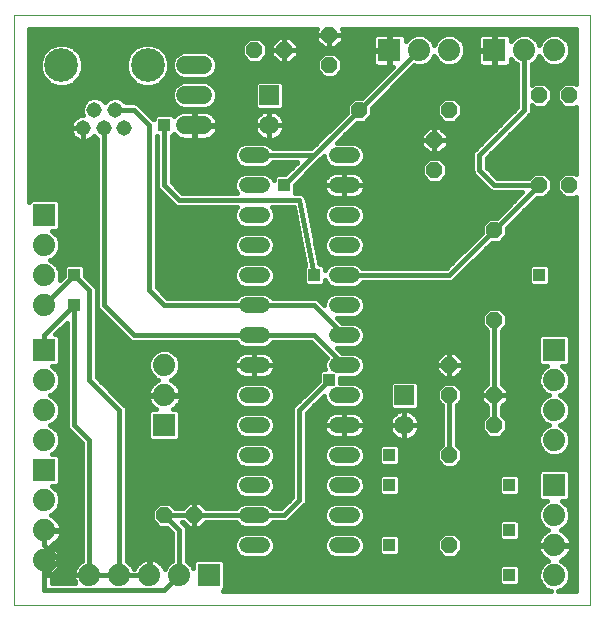
<source format=gbl>
G75*
G70*
%OFA0B0*%
%FSLAX24Y24*%
%IPPOS*%
%LPD*%
%AMOC8*
5,1,8,0,0,1.08239X$1,22.5*
%
%ADD10C,0.0000*%
%ADD11C,0.0520*%
%ADD12R,0.0740X0.0740*%
%ADD13C,0.0740*%
%ADD14OC8,0.0520*%
%ADD15R,0.0650X0.0650*%
%ADD16C,0.0650*%
%ADD17C,0.0600*%
%ADD18C,0.0515*%
%ADD19C,0.1122*%
%ADD20C,0.0160*%
%ADD21R,0.0396X0.0396*%
D10*
X000312Y000252D02*
X000312Y019937D01*
X019497Y019937D01*
X019497Y000252D01*
X000312Y000252D01*
D11*
X008052Y002252D02*
X008572Y002252D01*
X008572Y003252D02*
X008052Y003252D01*
X008052Y004252D02*
X008572Y004252D01*
X008572Y005252D02*
X008052Y005252D01*
X008052Y006252D02*
X008572Y006252D01*
X008572Y007252D02*
X008052Y007252D01*
X008052Y008252D02*
X008572Y008252D01*
X008572Y009252D02*
X008052Y009252D01*
X008052Y010252D02*
X008572Y010252D01*
X008572Y011252D02*
X008052Y011252D01*
X008052Y012252D02*
X008572Y012252D01*
X008572Y013252D02*
X008052Y013252D01*
X008052Y014252D02*
X008572Y014252D01*
X008572Y015252D02*
X008052Y015252D01*
X011052Y015252D02*
X011572Y015252D01*
X011572Y014252D02*
X011052Y014252D01*
X011052Y013252D02*
X011572Y013252D01*
X011572Y012252D02*
X011052Y012252D01*
X011052Y011252D02*
X011572Y011252D01*
X011572Y010252D02*
X011052Y010252D01*
X011052Y009252D02*
X011572Y009252D01*
X011572Y008252D02*
X011052Y008252D01*
X011052Y007252D02*
X011572Y007252D01*
X011572Y006252D02*
X011052Y006252D01*
X011052Y005252D02*
X011572Y005252D01*
X011572Y004252D02*
X011052Y004252D01*
X011052Y003252D02*
X011572Y003252D01*
X011572Y002252D02*
X011052Y002252D01*
D12*
X006812Y001252D03*
X005312Y006252D03*
X001312Y004752D03*
X001312Y008752D03*
X001312Y013252D03*
X012812Y018752D03*
X016312Y018752D03*
X018312Y008752D03*
X018312Y004252D03*
D13*
X018312Y003252D03*
X018312Y002252D03*
X018312Y001252D03*
X018312Y005752D03*
X018312Y006752D03*
X018312Y007752D03*
X018312Y018752D03*
X017312Y018752D03*
X014812Y018752D03*
X013812Y018752D03*
X005312Y008252D03*
X005312Y007252D03*
X001312Y006752D03*
X001312Y007752D03*
X001312Y005752D03*
X001312Y003752D03*
X001312Y002752D03*
X001312Y001752D03*
X002812Y001252D03*
X003812Y001252D03*
X004812Y001252D03*
X005812Y001252D03*
X001312Y010252D03*
X001312Y011252D03*
X001312Y012252D03*
D14*
X008312Y018752D03*
X009312Y018752D03*
X010812Y018252D03*
X010812Y019252D03*
X011812Y016752D03*
X014312Y015752D03*
X014812Y016752D03*
X014312Y014752D03*
X016312Y012752D03*
X017812Y014252D03*
X018812Y014252D03*
X018812Y017252D03*
X017812Y017252D03*
X016312Y009752D03*
X014812Y008252D03*
X014812Y007252D03*
X016312Y007252D03*
X016312Y006252D03*
X014812Y005252D03*
X014812Y002252D03*
X006312Y003252D03*
X005312Y003252D03*
D15*
X013312Y007252D03*
X008812Y017252D03*
D16*
X008812Y016252D03*
X013312Y006252D03*
D17*
X006612Y016252D02*
X006012Y016252D01*
X006012Y017252D02*
X006612Y017252D01*
X006612Y018252D02*
X006012Y018252D01*
D18*
X003982Y016152D03*
X003312Y016152D03*
X002612Y016152D03*
X002982Y016772D03*
X003672Y016772D03*
D19*
X004749Y018252D03*
X001875Y018252D03*
D20*
X001416Y017692D02*
X000792Y017692D01*
X000792Y017850D02*
X001261Y017850D01*
X001264Y017844D02*
X001467Y017641D01*
X001732Y017531D01*
X002019Y017531D01*
X002284Y017641D01*
X002487Y017844D01*
X002596Y018109D01*
X002596Y018395D01*
X002487Y018660D01*
X002284Y018863D01*
X002019Y018973D01*
X001732Y018973D01*
X001467Y018863D01*
X001264Y018660D01*
X001154Y018395D01*
X001154Y018109D01*
X001264Y017844D01*
X001196Y018009D02*
X000792Y018009D01*
X000792Y018167D02*
X001154Y018167D01*
X001154Y018326D02*
X000792Y018326D01*
X000792Y018484D02*
X001191Y018484D01*
X001257Y018643D02*
X000792Y018643D01*
X000792Y018802D02*
X001405Y018802D01*
X001701Y018960D02*
X000792Y018960D01*
X000792Y019119D02*
X008085Y019119D01*
X008138Y019172D02*
X007892Y018926D01*
X007892Y018578D01*
X008138Y018332D01*
X008486Y018332D01*
X008732Y018578D01*
X008732Y018926D01*
X008486Y019172D01*
X008138Y019172D01*
X007927Y018960D02*
X004924Y018960D01*
X004893Y018973D02*
X004606Y018973D01*
X004341Y018863D01*
X004138Y018660D01*
X004028Y018395D01*
X004028Y018109D01*
X004138Y017844D01*
X004341Y017641D01*
X004606Y017531D01*
X004893Y017531D01*
X005158Y017641D01*
X005361Y017844D01*
X005470Y018109D01*
X005470Y018395D01*
X005361Y018660D01*
X005158Y018863D01*
X004893Y018973D01*
X004575Y018960D02*
X002050Y018960D01*
X002345Y018802D02*
X004279Y018802D01*
X004131Y018643D02*
X002494Y018643D01*
X002560Y018484D02*
X004065Y018484D01*
X004028Y018326D02*
X002596Y018326D01*
X002596Y018167D02*
X004028Y018167D01*
X004070Y018009D02*
X002555Y018009D01*
X002489Y017850D02*
X004135Y017850D01*
X004290Y017692D02*
X002335Y017692D01*
X002024Y017533D02*
X004601Y017533D01*
X004898Y017533D02*
X005643Y017533D01*
X005622Y017513D02*
X005552Y017343D01*
X005552Y017160D01*
X005622Y016991D01*
X005752Y016862D01*
X005921Y016792D01*
X006704Y016792D01*
X006873Y016862D01*
X007002Y016991D01*
X007072Y017160D01*
X007072Y017343D01*
X007002Y017513D01*
X006873Y017642D01*
X006704Y017712D01*
X005921Y017712D01*
X005752Y017642D01*
X005622Y017513D01*
X005565Y017375D02*
X000792Y017375D01*
X000792Y017533D02*
X001727Y017533D01*
X002629Y017008D02*
X002565Y016855D01*
X002565Y016689D01*
X002606Y016589D01*
X002578Y016589D01*
X002510Y016579D01*
X002444Y016557D01*
X002383Y016526D01*
X002327Y016486D01*
X002279Y016437D01*
X002238Y016381D01*
X002207Y016320D01*
X002186Y016254D01*
X002175Y016186D01*
X002175Y016152D01*
X002612Y016152D01*
X002612Y016152D01*
X002175Y016152D01*
X002175Y016118D01*
X002186Y016049D01*
X002207Y015984D01*
X002238Y015923D01*
X002279Y015867D01*
X002327Y015818D01*
X002383Y015778D01*
X002444Y015747D01*
X002510Y015725D01*
X002578Y015714D01*
X002612Y015714D01*
X002612Y016152D01*
X002613Y016152D01*
X002613Y015714D01*
X002647Y015714D01*
X002715Y015725D01*
X002780Y015747D01*
X002842Y015778D01*
X002897Y015818D01*
X002946Y015867D01*
X002972Y015902D01*
X003072Y015802D01*
X003072Y010300D01*
X003072Y010204D01*
X003109Y010116D01*
X004109Y009116D01*
X004176Y009049D01*
X004265Y009012D01*
X007699Y009012D01*
X007815Y008896D01*
X007969Y008832D01*
X008656Y008832D01*
X008810Y008896D01*
X008926Y009012D01*
X010213Y009012D01*
X010716Y008509D01*
X010696Y008490D01*
X010632Y008336D01*
X010632Y008168D01*
X010657Y008110D01*
X010548Y008110D01*
X010454Y008016D01*
X010454Y007733D01*
X009609Y006888D01*
X009572Y006800D01*
X009572Y006704D01*
X009572Y003851D01*
X009213Y003492D01*
X008926Y003492D01*
X008810Y003608D01*
X008656Y003672D01*
X007969Y003672D01*
X007815Y003608D01*
X007698Y003492D01*
X006695Y003492D01*
X006495Y003692D01*
X006313Y003692D01*
X006313Y003492D01*
X006312Y003492D01*
X006312Y003692D01*
X006130Y003692D01*
X005930Y003492D01*
X005666Y003492D01*
X005486Y003672D01*
X005138Y003672D01*
X004892Y003426D01*
X004892Y003078D01*
X005138Y002832D01*
X005393Y002832D01*
X005572Y002653D01*
X005572Y001726D01*
X005512Y001701D01*
X005363Y001552D01*
X005324Y001458D01*
X005322Y001463D01*
X005283Y001540D01*
X005232Y001610D01*
X005171Y001671D01*
X005101Y001722D01*
X005024Y001762D01*
X004941Y001788D01*
X004856Y001802D01*
X004832Y001802D01*
X004832Y001272D01*
X004792Y001272D01*
X004792Y001802D01*
X004769Y001802D01*
X004684Y001788D01*
X004601Y001762D01*
X004524Y001722D01*
X004454Y001671D01*
X004393Y001610D01*
X004342Y001540D01*
X004303Y001463D01*
X004301Y001458D01*
X004262Y001552D01*
X004113Y001701D01*
X004052Y001726D01*
X004052Y006800D01*
X004016Y006888D01*
X003948Y006955D01*
X003052Y007851D01*
X003052Y010800D01*
X003016Y010888D01*
X002948Y010955D01*
X002671Y011233D01*
X002671Y011516D01*
X002577Y011610D01*
X002048Y011610D01*
X001954Y011516D01*
X001954Y011233D01*
X001825Y011103D01*
X001842Y011146D01*
X001842Y011357D01*
X001762Y011552D01*
X001613Y011701D01*
X001490Y011752D01*
X001613Y011803D01*
X001762Y011952D01*
X001842Y012146D01*
X001842Y012357D01*
X001762Y012552D01*
X001613Y012701D01*
X001563Y012722D01*
X001749Y012722D01*
X001842Y012816D01*
X001842Y013688D01*
X001749Y013782D01*
X000876Y013782D01*
X000792Y013698D01*
X000792Y019457D01*
X010395Y019457D01*
X010372Y019434D01*
X010372Y019252D01*
X010812Y019252D01*
X010812Y019252D01*
X010372Y019252D01*
X010372Y019070D01*
X010630Y018812D01*
X010812Y018812D01*
X010812Y019252D01*
X010813Y019252D01*
X011252Y019252D01*
X011252Y019434D01*
X011230Y019457D01*
X019017Y019457D01*
X019017Y017641D01*
X018986Y017672D01*
X018638Y017672D01*
X018392Y017426D01*
X018392Y017078D01*
X018638Y016832D01*
X018986Y016832D01*
X019017Y016863D01*
X019017Y014641D01*
X018986Y014672D01*
X018638Y014672D01*
X018392Y014426D01*
X018392Y014078D01*
X018638Y013832D01*
X018986Y013832D01*
X019017Y013863D01*
X019017Y000732D01*
X018442Y000732D01*
X018613Y000803D01*
X018762Y000952D01*
X018842Y001146D01*
X018842Y001357D01*
X018762Y001552D01*
X018613Y001701D01*
X018518Y001740D01*
X018524Y001742D01*
X018601Y001782D01*
X018671Y001832D01*
X018732Y001894D01*
X018783Y001964D01*
X018822Y002041D01*
X018849Y002123D01*
X018862Y002209D01*
X018862Y002232D01*
X018333Y002232D01*
X018333Y002272D01*
X018862Y002272D01*
X018862Y002295D01*
X018849Y002381D01*
X018822Y002463D01*
X018783Y002540D01*
X018732Y002610D01*
X018671Y002671D01*
X018601Y002722D01*
X018524Y002762D01*
X018518Y002763D01*
X018613Y002803D01*
X018762Y002952D01*
X018842Y003146D01*
X018842Y003357D01*
X018762Y003552D01*
X018613Y003701D01*
X018563Y003722D01*
X018749Y003722D01*
X018842Y003816D01*
X018842Y004688D01*
X018749Y004782D01*
X017876Y004782D01*
X017782Y004688D01*
X017782Y003816D01*
X017876Y003722D01*
X018062Y003722D01*
X018012Y003701D01*
X017863Y003552D01*
X017782Y003357D01*
X017782Y003146D01*
X017863Y002952D01*
X018012Y002803D01*
X018107Y002763D01*
X018101Y002762D01*
X018024Y002722D01*
X017954Y002671D01*
X017893Y002610D01*
X017842Y002540D01*
X017803Y002463D01*
X017776Y002381D01*
X017762Y002295D01*
X017762Y002272D01*
X018292Y002272D01*
X018292Y002232D01*
X017762Y002232D01*
X017762Y002209D01*
X017776Y002123D01*
X017803Y002041D01*
X017842Y001964D01*
X017893Y001894D01*
X017954Y001832D01*
X018024Y001782D01*
X018101Y001742D01*
X018107Y001740D01*
X018012Y001701D01*
X017863Y001552D01*
X017782Y001357D01*
X017782Y001146D01*
X017863Y000952D01*
X018012Y000803D01*
X018183Y000732D01*
X007259Y000732D01*
X007342Y000816D01*
X007342Y001688D01*
X007249Y001782D01*
X006376Y001782D01*
X006282Y001688D01*
X006282Y001502D01*
X006262Y001552D01*
X006113Y001701D01*
X006052Y001726D01*
X006052Y002704D01*
X006052Y002800D01*
X006016Y002888D01*
X005892Y003012D01*
X005930Y003012D01*
X006130Y002812D01*
X006312Y002812D01*
X006312Y003012D01*
X006313Y003012D01*
X006313Y002812D01*
X006495Y002812D01*
X006695Y003012D01*
X007698Y003012D01*
X007815Y002896D01*
X007969Y002832D01*
X008656Y002832D01*
X008810Y002896D01*
X008926Y003012D01*
X009265Y003012D01*
X009360Y003012D01*
X009448Y003049D01*
X009948Y003549D01*
X010016Y003616D01*
X010052Y003704D01*
X010052Y006653D01*
X010632Y007233D01*
X010632Y007168D01*
X010696Y007014D01*
X010815Y006896D01*
X010969Y006832D01*
X011656Y006832D01*
X011810Y006896D01*
X011928Y007014D01*
X011992Y007168D01*
X011992Y007336D01*
X011928Y007490D01*
X011810Y007608D01*
X011656Y007672D01*
X011171Y007672D01*
X011171Y007832D01*
X011656Y007832D01*
X011810Y007896D01*
X011928Y008014D01*
X011992Y008168D01*
X011992Y008336D01*
X011928Y008490D01*
X011810Y008608D01*
X011656Y008672D01*
X011232Y008672D01*
X011072Y008832D01*
X011656Y008832D01*
X011810Y008896D01*
X011928Y009014D01*
X011992Y009168D01*
X011992Y009336D01*
X011928Y009490D01*
X011810Y009608D01*
X011656Y009672D01*
X011232Y009672D01*
X011072Y009832D01*
X011656Y009832D01*
X011810Y009896D01*
X011928Y010014D01*
X011992Y010168D01*
X011992Y010336D01*
X011928Y010490D01*
X011810Y010608D01*
X011656Y010672D01*
X010969Y010672D01*
X010815Y010608D01*
X010696Y010490D01*
X010632Y010336D01*
X010632Y010271D01*
X010448Y010455D01*
X010360Y010492D01*
X010265Y010492D01*
X008926Y010492D01*
X008810Y010608D01*
X008656Y010672D01*
X007969Y010672D01*
X007815Y010608D01*
X007699Y010492D01*
X005412Y010492D01*
X005052Y010851D01*
X005052Y015894D01*
X005072Y015894D01*
X005072Y014300D01*
X005072Y014204D01*
X005109Y014116D01*
X005609Y013616D01*
X005676Y013549D01*
X005765Y013512D01*
X007719Y013512D01*
X007696Y013490D01*
X007632Y013336D01*
X007632Y013168D01*
X007696Y013014D01*
X007815Y012896D01*
X007969Y012832D01*
X008656Y012832D01*
X008810Y012896D01*
X008928Y013014D01*
X008992Y013168D01*
X008992Y013336D01*
X008928Y013490D01*
X008906Y013512D01*
X009616Y013512D01*
X010005Y011567D01*
X009954Y011516D01*
X009954Y010988D01*
X010048Y010894D01*
X010577Y010894D01*
X010671Y010988D01*
X010671Y011077D01*
X010696Y011014D01*
X010815Y010896D01*
X010969Y010832D01*
X011656Y010832D01*
X011810Y010896D01*
X011926Y011012D01*
X014765Y011012D01*
X014860Y011012D01*
X014948Y011049D01*
X016232Y012332D01*
X016486Y012332D01*
X016732Y012578D01*
X016732Y012833D01*
X017732Y013832D01*
X017986Y013832D01*
X018232Y014078D01*
X018232Y014426D01*
X017986Y014672D01*
X017638Y014672D01*
X017459Y014492D01*
X016412Y014492D01*
X016052Y014851D01*
X016052Y015153D01*
X017516Y016616D01*
X017552Y016704D01*
X017552Y016800D01*
X017552Y016918D01*
X017638Y016832D01*
X017986Y016832D01*
X018232Y017078D01*
X018232Y017426D01*
X017986Y017672D01*
X017638Y017672D01*
X017552Y017586D01*
X017552Y018278D01*
X017613Y018303D01*
X017762Y018452D01*
X017812Y018574D01*
X017863Y018452D01*
X018012Y018303D01*
X018207Y018222D01*
X018418Y018222D01*
X018613Y018303D01*
X018762Y018452D01*
X018842Y018646D01*
X018842Y018857D01*
X018762Y019052D01*
X018613Y019201D01*
X018418Y019282D01*
X018207Y019282D01*
X018012Y019201D01*
X017863Y019052D01*
X017812Y018930D01*
X017762Y019052D01*
X017613Y019201D01*
X017418Y019282D01*
X017207Y019282D01*
X017012Y019201D01*
X016863Y019052D01*
X016862Y019050D01*
X016862Y019146D01*
X016850Y019191D01*
X016826Y019232D01*
X016793Y019266D01*
X016752Y019290D01*
X016706Y019302D01*
X016332Y019302D01*
X016332Y018772D01*
X016292Y018772D01*
X016292Y018732D01*
X015762Y018732D01*
X015762Y018358D01*
X015775Y018312D01*
X015798Y018271D01*
X015832Y018238D01*
X015873Y018214D01*
X015919Y018202D01*
X016292Y018202D01*
X016292Y018732D01*
X016332Y018732D01*
X016332Y018202D01*
X016706Y018202D01*
X016752Y018214D01*
X016793Y018238D01*
X016826Y018271D01*
X016850Y018312D01*
X016862Y018358D01*
X016862Y018454D01*
X016863Y018452D01*
X017012Y018303D01*
X017072Y018278D01*
X017072Y016851D01*
X015676Y015455D01*
X015609Y015388D01*
X015572Y015300D01*
X015572Y014800D01*
X015572Y014704D01*
X015609Y014616D01*
X016109Y014116D01*
X016176Y014049D01*
X016265Y014012D01*
X017233Y014012D01*
X016393Y013172D01*
X016138Y013172D01*
X015892Y012926D01*
X015892Y012671D01*
X014713Y011492D01*
X011926Y011492D01*
X011810Y011608D01*
X011656Y011672D01*
X010969Y011672D01*
X010815Y011608D01*
X010696Y011490D01*
X010671Y011427D01*
X010671Y011516D01*
X010577Y011610D01*
X010486Y011610D01*
X010052Y013776D01*
X010052Y013800D01*
X010043Y013822D01*
X010038Y013846D01*
X010025Y013866D01*
X010016Y013888D01*
X009999Y013905D01*
X009985Y013925D01*
X009965Y013938D01*
X009948Y013955D01*
X009926Y013965D01*
X009906Y013978D01*
X009882Y013983D01*
X009860Y013992D01*
X009836Y013992D01*
X009812Y013997D01*
X009789Y013992D01*
X009671Y013992D01*
X009671Y014271D01*
X010448Y015049D01*
X010448Y015049D01*
X010632Y015233D01*
X010632Y015168D01*
X010696Y015014D01*
X010815Y014896D01*
X010969Y014832D01*
X011656Y014832D01*
X011810Y014896D01*
X011928Y015014D01*
X011992Y015168D01*
X011992Y015336D01*
X011928Y015490D01*
X011810Y015608D01*
X011656Y015672D01*
X011072Y015672D01*
X011732Y016332D01*
X011986Y016332D01*
X012232Y016578D01*
X012232Y016833D01*
X013647Y018247D01*
X013707Y018222D01*
X013918Y018222D01*
X014113Y018303D01*
X014262Y018452D01*
X014312Y018574D01*
X014363Y018452D01*
X014512Y018303D01*
X014707Y018222D01*
X014918Y018222D01*
X015113Y018303D01*
X015262Y018452D01*
X015342Y018646D01*
X015342Y018857D01*
X015262Y019052D01*
X015113Y019201D01*
X014918Y019282D01*
X014707Y019282D01*
X014512Y019201D01*
X014363Y019052D01*
X014312Y018930D01*
X014262Y019052D01*
X014113Y019201D01*
X013918Y019282D01*
X013707Y019282D01*
X013512Y019201D01*
X013363Y019052D01*
X013362Y019050D01*
X013362Y019146D01*
X013350Y019191D01*
X013326Y019232D01*
X013293Y019266D01*
X013252Y019290D01*
X013206Y019302D01*
X012832Y019302D01*
X012832Y018772D01*
X012792Y018772D01*
X012792Y018732D01*
X012262Y018732D01*
X012262Y018358D01*
X012275Y018312D01*
X012298Y018271D01*
X012332Y018238D01*
X012373Y018214D01*
X012419Y018202D01*
X012792Y018202D01*
X012792Y018732D01*
X012832Y018732D01*
X012832Y018202D01*
X012923Y018202D01*
X011893Y017172D01*
X011638Y017172D01*
X011392Y016926D01*
X011392Y016671D01*
X010213Y015492D01*
X008926Y015492D01*
X008810Y015608D01*
X008656Y015672D01*
X007969Y015672D01*
X007815Y015608D01*
X007696Y015490D01*
X007632Y015336D01*
X007632Y015168D01*
X007696Y015014D01*
X007815Y014896D01*
X007969Y014832D01*
X008656Y014832D01*
X008810Y014896D01*
X008926Y015012D01*
X009733Y015012D01*
X009331Y014610D01*
X009048Y014610D01*
X008954Y014516D01*
X008954Y014427D01*
X008928Y014490D01*
X008810Y014608D01*
X008656Y014672D01*
X007969Y014672D01*
X007815Y014608D01*
X007696Y014490D01*
X007632Y014336D01*
X007632Y014168D01*
X007696Y014014D01*
X007719Y013992D01*
X005912Y013992D01*
X005552Y014351D01*
X005552Y015894D01*
X005577Y015894D01*
X005636Y015953D01*
X005646Y015939D01*
X005700Y015886D01*
X005761Y015841D01*
X005828Y015807D01*
X005900Y015784D01*
X005975Y015772D01*
X006292Y015772D01*
X006292Y016232D01*
X006332Y016232D01*
X006332Y015772D01*
X006650Y015772D01*
X006725Y015784D01*
X006797Y015807D01*
X006864Y015841D01*
X006925Y015886D01*
X006979Y015939D01*
X007023Y016000D01*
X007057Y016068D01*
X007081Y016140D01*
X007092Y016214D01*
X007092Y016232D01*
X006333Y016232D01*
X006333Y016272D01*
X007092Y016272D01*
X007092Y016290D01*
X007081Y016364D01*
X007057Y016436D01*
X007023Y016504D01*
X006979Y016565D01*
X006925Y016618D01*
X006864Y016662D01*
X006797Y016697D01*
X006725Y016720D01*
X006650Y016732D01*
X006332Y016732D01*
X006332Y016272D01*
X006292Y016272D01*
X006292Y016732D01*
X005975Y016732D01*
X005900Y016720D01*
X005828Y016697D01*
X005761Y016662D01*
X005700Y016618D01*
X005646Y016565D01*
X005636Y016551D01*
X005577Y016610D01*
X005048Y016610D01*
X004954Y016516D01*
X004954Y016449D01*
X004948Y016455D01*
X004428Y016975D01*
X004340Y017012D01*
X004245Y017012D01*
X004023Y017012D01*
X003909Y017126D01*
X003755Y017189D01*
X003589Y017189D01*
X003436Y017126D01*
X003327Y017017D01*
X003219Y017126D01*
X003065Y017189D01*
X002899Y017189D01*
X002746Y017126D01*
X002629Y017008D01*
X002678Y017058D02*
X000792Y017058D01*
X000792Y017216D02*
X005552Y017216D01*
X005595Y017058D02*
X003977Y017058D01*
X003672Y016772D02*
X004292Y016772D01*
X004812Y016252D01*
X004812Y010752D01*
X005312Y010252D01*
X010312Y010252D01*
X011312Y009252D01*
X011090Y008813D02*
X016072Y008813D01*
X016072Y008655D02*
X015032Y008655D01*
X014995Y008692D02*
X015252Y008434D01*
X015252Y008252D01*
X014813Y008252D01*
X014813Y008252D01*
X015252Y008252D01*
X015252Y008070D01*
X014995Y007812D01*
X014813Y007812D01*
X014813Y008252D01*
X014812Y008252D01*
X014812Y008252D01*
X014372Y008252D01*
X014372Y008434D01*
X014630Y008692D01*
X014812Y008692D01*
X014812Y008252D01*
X014372Y008252D01*
X014372Y008070D01*
X014630Y007812D01*
X014812Y007812D01*
X014812Y008252D01*
X014813Y008252D01*
X014813Y008692D01*
X014995Y008692D01*
X014813Y008655D02*
X014812Y008655D01*
X014812Y008496D02*
X014813Y008496D01*
X014812Y008338D02*
X014813Y008338D01*
X014812Y008179D02*
X014813Y008179D01*
X014812Y008021D02*
X014813Y008021D01*
X014812Y007862D02*
X014813Y007862D01*
X015045Y007862D02*
X016072Y007862D01*
X016072Y007704D02*
X013737Y007704D01*
X013704Y007737D02*
X013797Y007643D01*
X013797Y006861D01*
X013704Y006767D01*
X012921Y006767D01*
X012827Y006861D01*
X012827Y007643D01*
X012921Y007737D01*
X013704Y007737D01*
X013797Y007545D02*
X014511Y007545D01*
X014392Y007426D02*
X014392Y007078D01*
X014572Y006898D01*
X014572Y005606D01*
X014392Y005426D01*
X014392Y005078D01*
X014638Y004832D01*
X014986Y004832D01*
X015232Y005078D01*
X015232Y005426D01*
X015052Y005606D01*
X015052Y006898D01*
X015232Y007078D01*
X015232Y007426D01*
X014986Y007672D01*
X014638Y007672D01*
X014392Y007426D01*
X014392Y007386D02*
X013797Y007386D01*
X013797Y007228D02*
X014392Y007228D01*
X014401Y007069D02*
X013797Y007069D01*
X013797Y006911D02*
X014560Y006911D01*
X014572Y006752D02*
X013382Y006752D01*
X013352Y006757D02*
X013313Y006757D01*
X013313Y006252D01*
X013817Y006252D01*
X013817Y006292D01*
X013805Y006370D01*
X013780Y006446D01*
X013744Y006517D01*
X013698Y006581D01*
X013641Y006637D01*
X013577Y006684D01*
X013506Y006720D01*
X013431Y006744D01*
X013352Y006757D01*
X013313Y006752D02*
X013312Y006752D01*
X013312Y006757D02*
X013273Y006757D01*
X013194Y006744D01*
X013119Y006720D01*
X013048Y006684D01*
X012983Y006637D01*
X012927Y006581D01*
X012881Y006517D01*
X012844Y006446D01*
X012820Y006370D01*
X012807Y006292D01*
X012807Y006252D01*
X013312Y006252D01*
X013312Y006252D01*
X012807Y006252D01*
X012807Y006212D01*
X012820Y006134D01*
X012844Y006058D01*
X012881Y005987D01*
X012927Y005923D01*
X012983Y005867D01*
X013048Y005820D01*
X013119Y005784D01*
X013194Y005759D01*
X013273Y005747D01*
X013312Y005747D01*
X013312Y006252D01*
X013312Y006757D01*
X013243Y006752D02*
X010152Y006752D01*
X010052Y006594D02*
X010774Y006594D01*
X010766Y006588D02*
X010717Y006539D01*
X010676Y006483D01*
X010645Y006421D01*
X010623Y006355D01*
X010612Y006287D01*
X010612Y006252D01*
X011312Y006252D01*
X011312Y006252D01*
X010612Y006252D01*
X010612Y006217D01*
X010623Y006149D01*
X010645Y006083D01*
X010676Y006021D01*
X010717Y005965D01*
X010766Y005916D01*
X010822Y005876D01*
X010884Y005844D01*
X010949Y005823D01*
X011018Y005812D01*
X011312Y005812D01*
X011312Y006252D01*
X011312Y006692D01*
X011018Y006692D01*
X010949Y006681D01*
X010884Y006660D01*
X010822Y006628D01*
X010766Y006588D01*
X010652Y006435D02*
X010052Y006435D01*
X010052Y006277D02*
X010612Y006277D01*
X010633Y006118D02*
X010052Y006118D01*
X010052Y005960D02*
X010723Y005960D01*
X010898Y005642D02*
X010052Y005642D01*
X010052Y005484D02*
X010694Y005484D01*
X010696Y005490D02*
X010632Y005336D01*
X010632Y005168D01*
X010696Y005014D01*
X010815Y004896D01*
X010969Y004832D01*
X011656Y004832D01*
X011810Y004896D01*
X011928Y005014D01*
X011992Y005168D01*
X011992Y005336D01*
X011928Y005490D01*
X011810Y005608D01*
X011656Y005672D01*
X010969Y005672D01*
X010815Y005608D01*
X010696Y005490D01*
X010632Y005325D02*
X010052Y005325D01*
X010052Y005167D02*
X010633Y005167D01*
X010702Y005008D02*
X010052Y005008D01*
X010052Y004850D02*
X010926Y004850D01*
X010969Y004672D02*
X010815Y004608D01*
X010696Y004490D01*
X010632Y004336D01*
X010632Y004168D01*
X010696Y004014D01*
X010815Y003896D01*
X010969Y003832D01*
X011656Y003832D01*
X011810Y003896D01*
X011928Y004014D01*
X011992Y004168D01*
X011992Y004336D01*
X011928Y004490D01*
X011810Y004608D01*
X011656Y004672D01*
X010969Y004672D01*
X010739Y004533D02*
X010052Y004533D01*
X010052Y004691D02*
X017785Y004691D01*
X017782Y004533D02*
X017154Y004533D01*
X017171Y004516D02*
X017077Y004610D01*
X016548Y004610D01*
X016454Y004516D01*
X016454Y003988D01*
X016548Y003894D01*
X017077Y003894D01*
X017171Y003988D01*
X017171Y004516D01*
X017171Y004374D02*
X017782Y004374D01*
X017782Y004216D02*
X017171Y004216D01*
X017171Y004057D02*
X017782Y004057D01*
X017782Y003898D02*
X017081Y003898D01*
X016543Y003898D02*
X013081Y003898D01*
X013077Y003894D02*
X013171Y003988D01*
X013171Y004516D01*
X013077Y004610D01*
X012548Y004610D01*
X012454Y004516D01*
X012454Y003988D01*
X012548Y003894D01*
X013077Y003894D01*
X013171Y004057D02*
X016454Y004057D01*
X016454Y004216D02*
X013171Y004216D01*
X013171Y004374D02*
X016454Y004374D01*
X016471Y004533D02*
X013154Y004533D01*
X013077Y004894D02*
X013171Y004988D01*
X013171Y005516D01*
X013077Y005610D01*
X012548Y005610D01*
X012454Y005516D01*
X012454Y004988D01*
X012548Y004894D01*
X013077Y004894D01*
X013171Y005008D02*
X014462Y005008D01*
X014392Y005167D02*
X013171Y005167D01*
X013171Y005325D02*
X014392Y005325D01*
X014450Y005484D02*
X013171Y005484D01*
X013313Y005747D02*
X013352Y005747D01*
X013431Y005759D01*
X013506Y005784D01*
X013577Y005820D01*
X013641Y005867D01*
X013698Y005923D01*
X013744Y005987D01*
X013780Y006058D01*
X013805Y006134D01*
X013817Y006212D01*
X013817Y006252D01*
X013313Y006252D01*
X013313Y006252D01*
X013312Y006252D01*
X013313Y006252D01*
X013313Y005747D01*
X013312Y005801D02*
X013313Y005801D01*
X013312Y005960D02*
X013313Y005960D01*
X013312Y006118D02*
X013313Y006118D01*
X013312Y006277D02*
X013313Y006277D01*
X013312Y006435D02*
X013313Y006435D01*
X013312Y006594D02*
X013313Y006594D01*
X013685Y006594D02*
X014572Y006594D01*
X014572Y006435D02*
X013784Y006435D01*
X013817Y006277D02*
X014572Y006277D01*
X014572Y006118D02*
X013800Y006118D01*
X013724Y005960D02*
X014572Y005960D01*
X014572Y005801D02*
X013540Y005801D01*
X013085Y005801D02*
X010052Y005801D01*
X009572Y005801D02*
X005828Y005801D01*
X005842Y005816D02*
X005842Y006688D01*
X005749Y006782D01*
X005601Y006782D01*
X005671Y006832D01*
X005732Y006894D01*
X005783Y006964D01*
X005822Y007041D01*
X005849Y007123D01*
X005862Y007209D01*
X005862Y007232D01*
X005333Y007232D01*
X005333Y007272D01*
X005862Y007272D01*
X005862Y007295D01*
X005849Y007381D01*
X005822Y007463D01*
X005783Y007540D01*
X005732Y007610D01*
X005671Y007671D01*
X005601Y007722D01*
X005524Y007762D01*
X005518Y007763D01*
X005613Y007803D01*
X005762Y007952D01*
X005842Y008146D01*
X005842Y008357D01*
X005762Y008552D01*
X005613Y008701D01*
X005418Y008782D01*
X005207Y008782D01*
X005012Y008701D01*
X004863Y008552D01*
X004782Y008357D01*
X004782Y008146D01*
X004863Y007952D01*
X005012Y007803D01*
X005107Y007763D01*
X005101Y007762D01*
X005024Y007722D01*
X004954Y007671D01*
X004893Y007610D01*
X004842Y007540D01*
X004803Y007463D01*
X004776Y007381D01*
X004762Y007295D01*
X004762Y007272D01*
X005292Y007272D01*
X005292Y007232D01*
X004762Y007232D01*
X004762Y007209D01*
X004776Y007123D01*
X004803Y007041D01*
X004842Y006964D01*
X004893Y006894D01*
X004954Y006832D01*
X005024Y006782D01*
X004876Y006782D01*
X004782Y006688D01*
X004782Y005816D01*
X004876Y005722D01*
X005749Y005722D01*
X005842Y005816D01*
X005842Y005960D02*
X007751Y005960D01*
X007696Y006014D02*
X007815Y005896D01*
X007969Y005832D01*
X008656Y005832D01*
X008810Y005896D01*
X008928Y006014D01*
X008992Y006168D01*
X008992Y006336D01*
X008928Y006490D01*
X008810Y006608D01*
X008656Y006672D01*
X007969Y006672D01*
X007815Y006608D01*
X007696Y006490D01*
X007632Y006336D01*
X007632Y006168D01*
X007696Y006014D01*
X007653Y006118D02*
X005842Y006118D01*
X005842Y006277D02*
X007632Y006277D01*
X007674Y006435D02*
X005842Y006435D01*
X005842Y006594D02*
X007800Y006594D01*
X007969Y006832D02*
X008656Y006832D01*
X008810Y006896D01*
X008928Y007014D01*
X008992Y007168D01*
X008992Y007336D01*
X008928Y007490D01*
X008810Y007608D01*
X008656Y007672D01*
X007969Y007672D01*
X007815Y007608D01*
X007696Y007490D01*
X007632Y007336D01*
X007632Y007168D01*
X007696Y007014D01*
X007815Y006896D01*
X007969Y006832D01*
X007800Y006911D02*
X005744Y006911D01*
X005778Y006752D02*
X009572Y006752D01*
X009572Y006594D02*
X008825Y006594D01*
X008951Y006435D02*
X009572Y006435D01*
X009572Y006277D02*
X008992Y006277D01*
X008972Y006118D02*
X009572Y006118D01*
X009572Y005960D02*
X008874Y005960D01*
X008727Y005642D02*
X009572Y005642D01*
X009572Y005484D02*
X008931Y005484D01*
X008928Y005490D02*
X008810Y005608D01*
X008656Y005672D01*
X007969Y005672D01*
X007815Y005608D01*
X007696Y005490D01*
X007632Y005336D01*
X007632Y005168D01*
X007696Y005014D01*
X007815Y004896D01*
X007969Y004832D01*
X008656Y004832D01*
X008810Y004896D01*
X008928Y005014D01*
X008992Y005168D01*
X008992Y005336D01*
X008928Y005490D01*
X008992Y005325D02*
X009572Y005325D01*
X009572Y005167D02*
X008992Y005167D01*
X008923Y005008D02*
X009572Y005008D01*
X009572Y004850D02*
X008699Y004850D01*
X008656Y004672D02*
X008810Y004608D01*
X008928Y004490D01*
X008992Y004336D01*
X008992Y004168D01*
X008928Y004014D01*
X008810Y003896D01*
X008656Y003832D01*
X007969Y003832D01*
X007815Y003896D01*
X007696Y004014D01*
X007632Y004168D01*
X007632Y004336D01*
X007696Y004490D01*
X007815Y004608D01*
X007969Y004672D01*
X008656Y004672D01*
X008886Y004533D02*
X009572Y004533D01*
X009572Y004691D02*
X004052Y004691D01*
X004052Y004533D02*
X007739Y004533D01*
X007648Y004374D02*
X004052Y004374D01*
X004052Y004216D02*
X007632Y004216D01*
X007679Y004057D02*
X004052Y004057D01*
X004052Y003898D02*
X007812Y003898D01*
X007788Y003581D02*
X006605Y003581D01*
X006313Y003581D02*
X006312Y003581D01*
X006020Y003581D02*
X005577Y003581D01*
X005312Y003252D02*
X008312Y003252D01*
X009312Y003252D01*
X009812Y003752D01*
X009812Y006752D01*
X010812Y007752D01*
X011171Y007704D02*
X012888Y007704D01*
X012827Y007545D02*
X011873Y007545D01*
X011971Y007386D02*
X012827Y007386D01*
X012827Y007228D02*
X011992Y007228D01*
X011951Y007069D02*
X012827Y007069D01*
X012827Y006911D02*
X011825Y006911D01*
X011675Y006681D02*
X011607Y006692D01*
X011313Y006692D01*
X011313Y006252D01*
X012012Y006252D01*
X012012Y006287D01*
X012002Y006355D01*
X011980Y006421D01*
X011949Y006483D01*
X011908Y006539D01*
X011859Y006588D01*
X011803Y006628D01*
X011741Y006660D01*
X011675Y006681D01*
X011851Y006594D02*
X012940Y006594D01*
X012841Y006435D02*
X011973Y006435D01*
X012012Y006277D02*
X012807Y006277D01*
X012825Y006118D02*
X011992Y006118D01*
X012002Y006149D02*
X011980Y006083D01*
X011949Y006021D01*
X011908Y005965D01*
X011859Y005916D01*
X011803Y005876D01*
X011741Y005844D01*
X011675Y005823D01*
X011607Y005812D01*
X011313Y005812D01*
X011313Y006252D01*
X011313Y006252D01*
X012012Y006252D01*
X012012Y006217D01*
X012002Y006149D01*
X011902Y005960D02*
X012901Y005960D01*
X012454Y005484D02*
X011931Y005484D01*
X011992Y005325D02*
X012454Y005325D01*
X012454Y005167D02*
X011992Y005167D01*
X011923Y005008D02*
X012454Y005008D01*
X012471Y004533D02*
X011886Y004533D01*
X011976Y004374D02*
X012454Y004374D01*
X012454Y004216D02*
X011992Y004216D01*
X011946Y004057D02*
X012454Y004057D01*
X012543Y003898D02*
X011813Y003898D01*
X011656Y003672D02*
X011810Y003608D01*
X011928Y003490D01*
X011992Y003336D01*
X011992Y003168D01*
X011928Y003014D01*
X011810Y002896D01*
X011656Y002832D01*
X010969Y002832D01*
X010815Y002896D01*
X010696Y003014D01*
X010632Y003168D01*
X010632Y003336D01*
X010696Y003490D01*
X010815Y003608D01*
X010969Y003672D01*
X011656Y003672D01*
X011837Y003581D02*
X017892Y003581D01*
X017858Y003740D02*
X010052Y003740D01*
X010052Y003898D02*
X010812Y003898D01*
X010679Y004057D02*
X010052Y004057D01*
X010052Y004216D02*
X010632Y004216D01*
X010648Y004374D02*
X010052Y004374D01*
X009572Y004374D02*
X008976Y004374D01*
X008992Y004216D02*
X009572Y004216D01*
X009572Y004057D02*
X008946Y004057D01*
X008813Y003898D02*
X009572Y003898D01*
X009461Y003740D02*
X004052Y003740D01*
X004052Y003581D02*
X005048Y003581D01*
X004892Y003423D02*
X004052Y003423D01*
X004052Y003264D02*
X004892Y003264D01*
X004892Y003106D02*
X004052Y003106D01*
X004052Y002947D02*
X005023Y002947D01*
X005312Y003252D02*
X005812Y002752D01*
X005812Y001252D01*
X005312Y000752D01*
X001312Y000752D01*
X001312Y001752D01*
X001812Y001752D02*
X001312Y002252D01*
X001312Y002752D01*
X001333Y002772D02*
X001862Y002772D01*
X001862Y002795D01*
X001849Y002881D01*
X001822Y002963D01*
X001783Y003040D01*
X001732Y003110D01*
X001671Y003171D01*
X001601Y003222D01*
X001524Y003262D01*
X001518Y003263D01*
X001613Y003303D01*
X001762Y003452D01*
X001842Y003646D01*
X001842Y003857D01*
X001762Y004052D01*
X001613Y004201D01*
X001563Y004222D01*
X001749Y004222D01*
X001842Y004316D01*
X001842Y005188D01*
X001749Y005282D01*
X001563Y005282D01*
X001613Y005303D01*
X001762Y005452D01*
X001842Y005646D01*
X001842Y005857D01*
X001762Y006052D01*
X001613Y006201D01*
X001490Y006252D01*
X001613Y006303D01*
X001762Y006452D01*
X001842Y006646D01*
X001842Y006857D01*
X001762Y007052D01*
X001613Y007201D01*
X001490Y007252D01*
X001613Y007303D01*
X001762Y007452D01*
X001842Y007646D01*
X001842Y007857D01*
X001762Y008052D01*
X001613Y008201D01*
X001563Y008222D01*
X001749Y008222D01*
X001842Y008316D01*
X001842Y009188D01*
X001749Y009282D01*
X001682Y009282D01*
X002072Y009673D01*
X002072Y006300D01*
X002072Y006204D01*
X002109Y006116D01*
X002572Y005653D01*
X002572Y001726D01*
X002512Y001701D01*
X002363Y001552D01*
X002282Y001357D01*
X002282Y001146D01*
X002346Y000992D01*
X001552Y000992D01*
X001552Y001278D01*
X001613Y001303D01*
X001762Y001452D01*
X001842Y001646D01*
X001842Y001857D01*
X001762Y002052D01*
X001613Y002201D01*
X001518Y002240D01*
X001524Y002242D01*
X001601Y002282D01*
X001671Y002332D01*
X001732Y002394D01*
X001783Y002464D01*
X001822Y002541D01*
X001849Y002623D01*
X001862Y002709D01*
X001862Y002732D01*
X001333Y002732D01*
X001333Y002772D01*
X001735Y003106D02*
X002572Y003106D01*
X002572Y003264D02*
X001520Y003264D01*
X001733Y003423D02*
X002572Y003423D01*
X002572Y003581D02*
X001815Y003581D01*
X001842Y003740D02*
X002572Y003740D01*
X002572Y003898D02*
X001825Y003898D01*
X001757Y004057D02*
X002572Y004057D01*
X002572Y004216D02*
X001578Y004216D01*
X001842Y004374D02*
X002572Y004374D01*
X002572Y004533D02*
X001842Y004533D01*
X001842Y004691D02*
X002572Y004691D01*
X002572Y004850D02*
X001842Y004850D01*
X001842Y005008D02*
X002572Y005008D01*
X002572Y005167D02*
X001842Y005167D01*
X001635Y005325D02*
X002572Y005325D01*
X002572Y005484D02*
X001775Y005484D01*
X001841Y005642D02*
X002572Y005642D01*
X002424Y005801D02*
X001842Y005801D01*
X001800Y005960D02*
X002265Y005960D01*
X002108Y006118D02*
X001696Y006118D01*
X001550Y006277D02*
X002072Y006277D01*
X002072Y006435D02*
X001745Y006435D01*
X001821Y006594D02*
X002072Y006594D01*
X002072Y006752D02*
X001842Y006752D01*
X001820Y006911D02*
X002072Y006911D01*
X002072Y007069D02*
X001745Y007069D01*
X001548Y007228D02*
X002072Y007228D01*
X002072Y007386D02*
X001696Y007386D01*
X001800Y007545D02*
X002072Y007545D01*
X002072Y007704D02*
X001842Y007704D01*
X001841Y007862D02*
X002072Y007862D01*
X002072Y008021D02*
X001775Y008021D01*
X001635Y008179D02*
X002072Y008179D01*
X002072Y008338D02*
X001842Y008338D01*
X001842Y008496D02*
X002072Y008496D01*
X002072Y008655D02*
X001842Y008655D01*
X001842Y008813D02*
X002072Y008813D01*
X002072Y008972D02*
X001842Y008972D01*
X001842Y009130D02*
X002072Y009130D01*
X002072Y009289D02*
X001689Y009289D01*
X001847Y009447D02*
X002072Y009447D01*
X002072Y009606D02*
X002006Y009606D01*
X002312Y010252D02*
X002312Y006252D01*
X002812Y005752D01*
X002812Y001252D01*
X002490Y001679D02*
X001842Y001679D01*
X001812Y001752D02*
X001312Y001252D01*
X004812Y001252D01*
X004792Y001362D02*
X004832Y001362D01*
X004832Y001520D02*
X004792Y001520D01*
X004792Y001679D02*
X004832Y001679D01*
X005161Y001679D02*
X005490Y001679D01*
X005572Y001837D02*
X004052Y001837D01*
X004052Y001996D02*
X005572Y001996D01*
X005572Y002154D02*
X004052Y002154D01*
X004052Y002313D02*
X005572Y002313D01*
X005572Y002472D02*
X004052Y002472D01*
X004052Y002630D02*
X005572Y002630D01*
X005436Y002789D02*
X004052Y002789D01*
X004135Y001679D02*
X004464Y001679D01*
X004332Y001520D02*
X004275Y001520D01*
X003812Y001252D02*
X003812Y006752D01*
X002812Y007752D01*
X002812Y010752D01*
X002312Y011252D01*
X001312Y010252D01*
X001842Y011191D02*
X001913Y011191D01*
X001954Y011350D02*
X001842Y011350D01*
X001780Y011509D02*
X001954Y011509D01*
X001647Y011667D02*
X003072Y011667D01*
X003072Y011509D02*
X002671Y011509D01*
X002671Y011350D02*
X003072Y011350D01*
X003072Y011191D02*
X002712Y011191D01*
X002871Y011033D02*
X003072Y011033D01*
X003072Y010874D02*
X003021Y010874D01*
X003052Y010716D02*
X003072Y010716D01*
X003072Y010557D02*
X003052Y010557D01*
X003052Y010399D02*
X003072Y010399D01*
X003072Y010240D02*
X003052Y010240D01*
X003052Y010082D02*
X003143Y010082D01*
X003052Y009923D02*
X003302Y009923D01*
X003460Y009765D02*
X003052Y009765D01*
X003052Y009606D02*
X003619Y009606D01*
X003777Y009447D02*
X003052Y009447D01*
X003052Y009289D02*
X003936Y009289D01*
X004095Y009130D02*
X003052Y009130D01*
X003052Y008972D02*
X007739Y008972D01*
X007884Y008660D02*
X007822Y008628D01*
X007766Y008588D01*
X007717Y008539D01*
X007676Y008483D01*
X007645Y008421D01*
X007623Y008355D01*
X007612Y008287D01*
X007612Y008252D01*
X008312Y008252D01*
X008312Y008252D01*
X007612Y008252D01*
X007612Y008217D01*
X007623Y008149D01*
X007645Y008083D01*
X007676Y008021D01*
X007717Y007965D01*
X007766Y007916D01*
X007822Y007876D01*
X007884Y007844D01*
X007949Y007823D01*
X008018Y007812D01*
X008312Y007812D01*
X008312Y008252D01*
X008312Y008692D01*
X008018Y008692D01*
X007949Y008681D01*
X007884Y008660D01*
X007874Y008655D02*
X005659Y008655D01*
X005785Y008496D02*
X007686Y008496D01*
X007621Y008338D02*
X005842Y008338D01*
X005842Y008179D02*
X007618Y008179D01*
X007677Y008021D02*
X005790Y008021D01*
X005672Y007862D02*
X007848Y007862D01*
X007751Y007545D02*
X005779Y007545D01*
X005847Y007386D02*
X007654Y007386D01*
X007632Y007228D02*
X005862Y007228D01*
X005831Y007069D02*
X007673Y007069D01*
X008313Y007812D02*
X008607Y007812D01*
X008675Y007823D01*
X008741Y007844D01*
X008803Y007876D01*
X008859Y007916D01*
X008908Y007965D01*
X008949Y008021D01*
X008980Y008083D01*
X009002Y008149D01*
X009012Y008217D01*
X009012Y008252D01*
X009012Y008287D01*
X009002Y008355D01*
X008980Y008421D01*
X008949Y008483D01*
X008908Y008539D01*
X008859Y008588D01*
X008803Y008628D01*
X008741Y008660D01*
X008675Y008681D01*
X008607Y008692D01*
X008313Y008692D01*
X008313Y008252D01*
X009012Y008252D01*
X008313Y008252D01*
X008313Y008252D01*
X008312Y008252D01*
X008313Y008252D01*
X008313Y007812D01*
X008312Y007862D02*
X008313Y007862D01*
X008312Y008021D02*
X008313Y008021D01*
X008312Y008179D02*
X008313Y008179D01*
X008312Y008338D02*
X008313Y008338D01*
X008312Y008496D02*
X008313Y008496D01*
X008312Y008655D02*
X008313Y008655D01*
X008751Y008655D02*
X010570Y008655D01*
X010703Y008496D02*
X008939Y008496D01*
X009004Y008338D02*
X010633Y008338D01*
X010632Y008179D02*
X009006Y008179D01*
X008948Y008021D02*
X010459Y008021D01*
X010454Y007862D02*
X008776Y007862D01*
X008873Y007545D02*
X010266Y007545D01*
X010107Y007386D02*
X008971Y007386D01*
X008992Y007228D02*
X009949Y007228D01*
X009790Y007069D02*
X008951Y007069D01*
X008825Y006911D02*
X009632Y006911D01*
X010311Y006911D02*
X010800Y006911D01*
X010673Y007069D02*
X010469Y007069D01*
X010628Y007228D02*
X010632Y007228D01*
X010425Y007704D02*
X005627Y007704D01*
X004998Y007704D02*
X003200Y007704D01*
X003052Y007862D02*
X004953Y007862D01*
X004835Y008021D02*
X003052Y008021D01*
X003052Y008179D02*
X004782Y008179D01*
X004782Y008338D02*
X003052Y008338D01*
X003052Y008496D02*
X004840Y008496D01*
X004966Y008655D02*
X003052Y008655D01*
X003052Y008813D02*
X010412Y008813D01*
X010253Y008972D02*
X008886Y008972D01*
X010312Y009252D02*
X011312Y008252D01*
X011697Y008655D02*
X014593Y008655D01*
X014434Y008496D02*
X011922Y008496D01*
X011992Y008338D02*
X014372Y008338D01*
X014372Y008179D02*
X011992Y008179D01*
X011931Y008021D02*
X014422Y008021D01*
X014580Y007862D02*
X011729Y007862D01*
X011886Y008972D02*
X016072Y008972D01*
X016072Y009130D02*
X011977Y009130D01*
X011992Y009289D02*
X016072Y009289D01*
X016072Y009398D02*
X016072Y007634D01*
X015872Y007434D01*
X015872Y007252D01*
X016072Y007252D01*
X016072Y007252D01*
X015872Y007252D01*
X015872Y007070D01*
X016072Y006870D01*
X016072Y006606D01*
X015892Y006426D01*
X015892Y006078D01*
X016138Y005832D01*
X016486Y005832D01*
X016732Y006078D01*
X016732Y006426D01*
X016552Y006606D01*
X016552Y006870D01*
X016752Y007070D01*
X016752Y007252D01*
X016752Y007434D01*
X016552Y007634D01*
X016552Y009398D01*
X016732Y009578D01*
X016732Y009926D01*
X016486Y010172D01*
X016138Y010172D01*
X015892Y009926D01*
X015892Y009578D01*
X016072Y009398D01*
X016023Y009447D02*
X011946Y009447D01*
X011812Y009606D02*
X015892Y009606D01*
X015892Y009765D02*
X011139Y009765D01*
X010659Y010399D02*
X010505Y010399D01*
X010764Y010557D02*
X008861Y010557D01*
X008758Y010874D02*
X010866Y010874D01*
X010689Y011033D02*
X010671Y011033D01*
X010312Y011252D02*
X009812Y013752D01*
X005812Y013752D01*
X005312Y014252D01*
X005312Y016252D01*
X005020Y016582D02*
X004822Y016582D01*
X004663Y016740D02*
X008682Y016740D01*
X008694Y016744D02*
X008619Y016720D01*
X008548Y016684D01*
X008483Y016637D01*
X008427Y016581D01*
X008381Y016517D01*
X008344Y016446D01*
X008320Y016370D01*
X008307Y016292D01*
X008307Y016252D01*
X008812Y016252D01*
X008812Y016252D01*
X008307Y016252D01*
X008307Y016212D01*
X008320Y016134D01*
X008344Y016058D01*
X008381Y015987D01*
X008427Y015923D01*
X008483Y015867D01*
X008548Y015820D01*
X008619Y015784D01*
X008694Y015759D01*
X008773Y015747D01*
X008812Y015747D01*
X008812Y016252D01*
X008812Y016757D01*
X008773Y016757D01*
X008694Y016744D01*
X008812Y016740D02*
X008813Y016740D01*
X008813Y016757D02*
X008813Y016252D01*
X009317Y016252D01*
X009317Y016292D01*
X009305Y016370D01*
X009280Y016446D01*
X009244Y016517D01*
X009198Y016581D01*
X009141Y016637D01*
X009077Y016684D01*
X009006Y016720D01*
X008931Y016744D01*
X008852Y016757D01*
X008813Y016757D01*
X008943Y016740D02*
X011392Y016740D01*
X011392Y016899D02*
X009297Y016899D01*
X009297Y016861D02*
X009297Y017643D01*
X009204Y017737D01*
X008421Y017737D01*
X008327Y017643D01*
X008327Y016861D01*
X008421Y016767D01*
X009204Y016767D01*
X009297Y016861D01*
X009297Y017058D02*
X011524Y017058D01*
X011937Y017216D02*
X009297Y017216D01*
X009297Y017375D02*
X012096Y017375D01*
X012254Y017533D02*
X009297Y017533D01*
X009249Y017692D02*
X012413Y017692D01*
X012571Y017850D02*
X011005Y017850D01*
X010986Y017832D02*
X011232Y018078D01*
X011232Y018426D01*
X010986Y018672D01*
X010638Y018672D01*
X010392Y018426D01*
X010392Y018078D01*
X010638Y017832D01*
X010986Y017832D01*
X011163Y018009D02*
X012730Y018009D01*
X012888Y018167D02*
X011232Y018167D01*
X011232Y018326D02*
X012271Y018326D01*
X012262Y018484D02*
X011174Y018484D01*
X011015Y018643D02*
X012262Y018643D01*
X012262Y018772D02*
X012792Y018772D01*
X012792Y019302D01*
X012419Y019302D01*
X012373Y019290D01*
X012332Y019266D01*
X012298Y019232D01*
X012275Y019191D01*
X012262Y019146D01*
X012262Y018772D01*
X012262Y018802D02*
X009752Y018802D01*
X009752Y018752D02*
X009752Y018934D01*
X009495Y019192D01*
X009313Y019192D01*
X009313Y018752D01*
X009752Y018752D01*
X009313Y018752D01*
X009313Y018752D01*
X009312Y018752D01*
X009312Y018752D01*
X008872Y018752D01*
X008872Y018934D01*
X009130Y019192D01*
X009312Y019192D01*
X009312Y018752D01*
X008872Y018752D01*
X008872Y018570D01*
X009130Y018312D01*
X009312Y018312D01*
X009312Y018752D01*
X009313Y018752D01*
X009313Y018312D01*
X009495Y018312D01*
X009752Y018570D01*
X009752Y018752D01*
X009752Y018643D02*
X010610Y018643D01*
X010451Y018484D02*
X009667Y018484D01*
X009509Y018326D02*
X010392Y018326D01*
X010392Y018167D02*
X007072Y018167D01*
X007072Y018160D02*
X007072Y018343D01*
X007002Y018513D01*
X006873Y018642D01*
X006704Y018712D01*
X005921Y018712D01*
X005752Y018642D01*
X005622Y018513D01*
X005552Y018343D01*
X005552Y018160D01*
X005622Y017991D01*
X005752Y017862D01*
X005921Y017792D01*
X006704Y017792D01*
X006873Y017862D01*
X007002Y017991D01*
X007072Y018160D01*
X007010Y018009D02*
X010462Y018009D01*
X010620Y017850D02*
X006845Y017850D01*
X006753Y017692D02*
X008376Y017692D01*
X008327Y017533D02*
X006982Y017533D01*
X007059Y017375D02*
X008327Y017375D01*
X008327Y017216D02*
X007072Y017216D01*
X007030Y017058D02*
X008327Y017058D01*
X008327Y016899D02*
X006910Y016899D01*
X006961Y016582D02*
X008428Y016582D01*
X008337Y016423D02*
X007061Y016423D01*
X007070Y016106D02*
X008329Y016106D01*
X008307Y016265D02*
X006333Y016265D01*
X006332Y016423D02*
X006292Y016423D01*
X006292Y016582D02*
X006332Y016582D01*
X006332Y016106D02*
X006292Y016106D01*
X006292Y015948D02*
X006332Y015948D01*
X006332Y015789D02*
X006292Y015789D01*
X005883Y015789D02*
X005552Y015789D01*
X005552Y015631D02*
X007869Y015631D01*
X007689Y015472D02*
X005552Y015472D01*
X005552Y015314D02*
X007632Y015314D01*
X007638Y015155D02*
X005552Y015155D01*
X005552Y014996D02*
X007714Y014996D01*
X007954Y014838D02*
X005552Y014838D01*
X005552Y014679D02*
X009401Y014679D01*
X009559Y014838D02*
X008670Y014838D01*
X008911Y014996D02*
X009718Y014996D01*
X010079Y014679D02*
X010944Y014679D01*
X010949Y014681D02*
X010884Y014660D01*
X010822Y014628D01*
X010766Y014588D01*
X010717Y014539D01*
X010676Y014483D01*
X010645Y014421D01*
X010623Y014355D01*
X010612Y014287D01*
X010612Y014252D01*
X011312Y014252D01*
X011312Y014252D01*
X010612Y014252D01*
X010612Y014217D01*
X010623Y014149D01*
X010645Y014083D01*
X010676Y014021D01*
X010717Y013965D01*
X010766Y013916D01*
X010822Y013876D01*
X010884Y013844D01*
X010949Y013823D01*
X011018Y013812D01*
X011312Y013812D01*
X011312Y014252D01*
X011312Y014692D01*
X011018Y014692D01*
X010949Y014681D01*
X010954Y014838D02*
X010238Y014838D01*
X010396Y014996D02*
X010714Y014996D01*
X010638Y015155D02*
X010555Y015155D01*
X010312Y015252D02*
X009312Y014252D01*
X009671Y014204D02*
X010615Y014204D01*
X010626Y014362D02*
X009762Y014362D01*
X009921Y014521D02*
X010704Y014521D01*
X010664Y014045D02*
X009671Y014045D01*
X010016Y013887D02*
X010807Y013887D01*
X010969Y013672D02*
X010815Y013608D01*
X010696Y013490D01*
X010632Y013336D01*
X010632Y013168D01*
X010696Y013014D01*
X010815Y012896D01*
X010969Y012832D01*
X011656Y012832D01*
X011810Y012896D01*
X011928Y013014D01*
X011992Y013168D01*
X011992Y013336D01*
X011928Y013490D01*
X011810Y013608D01*
X011656Y013672D01*
X010969Y013672D01*
X010776Y013570D02*
X010094Y013570D01*
X010062Y013728D02*
X016949Y013728D01*
X016791Y013570D02*
X011849Y013570D01*
X011961Y013411D02*
X016632Y013411D01*
X016474Y013253D02*
X011992Y013253D01*
X011962Y013094D02*
X016061Y013094D01*
X015902Y012935D02*
X011850Y012935D01*
X011785Y012618D02*
X015839Y012618D01*
X015892Y012777D02*
X010252Y012777D01*
X010220Y012935D02*
X010775Y012935D01*
X010663Y013094D02*
X010189Y013094D01*
X010157Y013253D02*
X010632Y013253D01*
X010664Y013411D02*
X010125Y013411D01*
X009668Y013253D02*
X008992Y013253D01*
X008961Y013411D02*
X009636Y013411D01*
X009699Y013094D02*
X008962Y013094D01*
X008850Y012935D02*
X009731Y012935D01*
X009763Y012777D02*
X005052Y012777D01*
X005052Y012935D02*
X007775Y012935D01*
X007663Y013094D02*
X005052Y013094D01*
X005052Y013253D02*
X007632Y013253D01*
X007664Y013411D02*
X005052Y013411D01*
X005052Y013570D02*
X005655Y013570D01*
X005497Y013728D02*
X005052Y013728D01*
X005052Y013887D02*
X005338Y013887D01*
X005180Y014045D02*
X005052Y014045D01*
X005052Y014204D02*
X005073Y014204D01*
X005072Y014362D02*
X005052Y014362D01*
X005052Y014521D02*
X005072Y014521D01*
X005072Y014679D02*
X005052Y014679D01*
X005052Y014838D02*
X005072Y014838D01*
X005072Y014996D02*
X005052Y014996D01*
X005052Y015155D02*
X005072Y015155D01*
X005072Y015314D02*
X005052Y015314D01*
X005052Y015472D02*
X005072Y015472D01*
X005072Y015631D02*
X005052Y015631D01*
X005052Y015789D02*
X005072Y015789D01*
X005631Y015948D02*
X005640Y015948D01*
X005605Y016582D02*
X005664Y016582D01*
X005715Y016899D02*
X004505Y016899D01*
X005209Y017692D02*
X005872Y017692D01*
X005780Y017850D02*
X005363Y017850D01*
X005429Y018009D02*
X005615Y018009D01*
X005552Y018167D02*
X005470Y018167D01*
X005470Y018326D02*
X005552Y018326D01*
X005611Y018484D02*
X005434Y018484D01*
X005368Y018643D02*
X005755Y018643D01*
X005219Y018802D02*
X007892Y018802D01*
X007892Y018643D02*
X006870Y018643D01*
X007014Y018484D02*
X007986Y018484D01*
X008540Y019119D02*
X009057Y019119D01*
X008898Y018960D02*
X008698Y018960D01*
X008732Y018802D02*
X008872Y018802D01*
X008872Y018643D02*
X008732Y018643D01*
X008639Y018484D02*
X008958Y018484D01*
X009116Y018326D02*
X007072Y018326D01*
X008812Y016582D02*
X008813Y016582D01*
X008812Y016423D02*
X008813Y016423D01*
X008812Y016265D02*
X008813Y016265D01*
X008813Y016252D02*
X008812Y016252D01*
X008813Y016252D01*
X008813Y016252D01*
X009317Y016252D01*
X009317Y016212D01*
X009305Y016134D01*
X009280Y016058D01*
X009244Y015987D01*
X009198Y015923D01*
X009141Y015867D01*
X009077Y015820D01*
X009006Y015784D01*
X008931Y015759D01*
X008852Y015747D01*
X008813Y015747D01*
X008813Y016252D01*
X008812Y016106D02*
X008813Y016106D01*
X008812Y015948D02*
X008813Y015948D01*
X008812Y015789D02*
X008813Y015789D01*
X008756Y015631D02*
X010352Y015631D01*
X010510Y015789D02*
X009017Y015789D01*
X009216Y015948D02*
X010669Y015948D01*
X010827Y016106D02*
X009296Y016106D01*
X009317Y016265D02*
X010986Y016265D01*
X011144Y016423D02*
X009288Y016423D01*
X009197Y016582D02*
X011303Y016582D01*
X011665Y016265D02*
X016486Y016265D01*
X016644Y016423D02*
X015078Y016423D01*
X014986Y016332D02*
X015232Y016578D01*
X015232Y016926D01*
X014986Y017172D01*
X014638Y017172D01*
X014392Y016926D01*
X014392Y016578D01*
X014638Y016332D01*
X014986Y016332D01*
X015232Y016582D02*
X016803Y016582D01*
X016962Y016740D02*
X015232Y016740D01*
X015232Y016899D02*
X017072Y016899D01*
X017072Y017058D02*
X015101Y017058D01*
X014524Y017058D02*
X012457Y017058D01*
X012616Y017216D02*
X017072Y017216D01*
X017072Y017375D02*
X012774Y017375D01*
X012933Y017533D02*
X017072Y017533D01*
X017072Y017692D02*
X013092Y017692D01*
X013250Y017850D02*
X017072Y017850D01*
X017072Y018009D02*
X013409Y018009D01*
X013567Y018167D02*
X017072Y018167D01*
X016989Y018326D02*
X016854Y018326D01*
X017312Y018752D02*
X017312Y016752D01*
X015812Y015252D01*
X015812Y014752D01*
X016312Y014252D01*
X017812Y014252D01*
X014812Y011252D01*
X011312Y011252D01*
X010957Y011667D02*
X010474Y011667D01*
X010442Y011826D02*
X015047Y011826D01*
X015205Y011984D02*
X011899Y011984D01*
X011928Y012014D02*
X011992Y012168D01*
X011992Y012336D01*
X011928Y012490D01*
X011810Y012608D01*
X011656Y012672D01*
X010969Y012672D01*
X010815Y012608D01*
X010696Y012490D01*
X010632Y012336D01*
X010632Y012168D01*
X010696Y012014D01*
X010815Y011896D01*
X010969Y011832D01*
X011656Y011832D01*
X011810Y011896D01*
X011928Y012014D01*
X011982Y012143D02*
X015364Y012143D01*
X015522Y012301D02*
X011992Y012301D01*
X011941Y012460D02*
X015681Y012460D01*
X016043Y012143D02*
X019017Y012143D01*
X019017Y012301D02*
X016201Y012301D01*
X016614Y012460D02*
X019017Y012460D01*
X019017Y012618D02*
X016732Y012618D01*
X016732Y012777D02*
X019017Y012777D01*
X019017Y012935D02*
X016835Y012935D01*
X016994Y013094D02*
X019017Y013094D01*
X019017Y013253D02*
X017152Y013253D01*
X017311Y013411D02*
X019017Y013411D01*
X019017Y013570D02*
X017469Y013570D01*
X017628Y013728D02*
X019017Y013728D01*
X018584Y013887D02*
X018041Y013887D01*
X018200Y014045D02*
X018425Y014045D01*
X018392Y014204D02*
X018232Y014204D01*
X018232Y014362D02*
X018392Y014362D01*
X018487Y014521D02*
X018137Y014521D01*
X017487Y014521D02*
X016383Y014521D01*
X016224Y014679D02*
X019017Y014679D01*
X019017Y014838D02*
X016066Y014838D01*
X016052Y014996D02*
X019017Y014996D01*
X019017Y015155D02*
X016055Y015155D01*
X016213Y015314D02*
X019017Y015314D01*
X019017Y015472D02*
X016372Y015472D01*
X016531Y015631D02*
X019017Y015631D01*
X019017Y015789D02*
X016689Y015789D01*
X016848Y015948D02*
X019017Y015948D01*
X019017Y016106D02*
X017006Y016106D01*
X017165Y016265D02*
X019017Y016265D01*
X019017Y016423D02*
X017323Y016423D01*
X017482Y016582D02*
X019017Y016582D01*
X019017Y016740D02*
X017552Y016740D01*
X017552Y016899D02*
X017571Y016899D01*
X018053Y016899D02*
X018571Y016899D01*
X018413Y017058D02*
X018212Y017058D01*
X018232Y017216D02*
X018392Y017216D01*
X018392Y017375D02*
X018232Y017375D01*
X018125Y017533D02*
X018500Y017533D01*
X019017Y017692D02*
X017552Y017692D01*
X017552Y017850D02*
X019017Y017850D01*
X019017Y018009D02*
X017552Y018009D01*
X017552Y018167D02*
X019017Y018167D01*
X019017Y018326D02*
X018636Y018326D01*
X018775Y018484D02*
X019017Y018484D01*
X019017Y018643D02*
X018841Y018643D01*
X018842Y018802D02*
X019017Y018802D01*
X019017Y018960D02*
X018800Y018960D01*
X018695Y019119D02*
X019017Y019119D01*
X019017Y019277D02*
X018429Y019277D01*
X018195Y019277D02*
X017429Y019277D01*
X017695Y019119D02*
X017930Y019119D01*
X017825Y018960D02*
X017800Y018960D01*
X017775Y018484D02*
X017850Y018484D01*
X017989Y018326D02*
X017636Y018326D01*
X017195Y019277D02*
X016774Y019277D01*
X016862Y019119D02*
X016930Y019119D01*
X016332Y019119D02*
X016292Y019119D01*
X016292Y019277D02*
X016332Y019277D01*
X016292Y019302D02*
X015919Y019302D01*
X015873Y019290D01*
X015832Y019266D01*
X015798Y019232D01*
X015775Y019191D01*
X015762Y019146D01*
X015762Y018772D01*
X016292Y018772D01*
X016292Y019302D01*
X016292Y018960D02*
X016332Y018960D01*
X016332Y018802D02*
X016292Y018802D01*
X016292Y018643D02*
X016332Y018643D01*
X016332Y018484D02*
X016292Y018484D01*
X016292Y018326D02*
X016332Y018326D01*
X015771Y018326D02*
X015136Y018326D01*
X015275Y018484D02*
X015762Y018484D01*
X015762Y018643D02*
X015341Y018643D01*
X015342Y018802D02*
X015762Y018802D01*
X015762Y018960D02*
X015300Y018960D01*
X015195Y019119D02*
X015762Y019119D01*
X015851Y019277D02*
X014929Y019277D01*
X014695Y019277D02*
X013929Y019277D01*
X013695Y019277D02*
X013274Y019277D01*
X013362Y019119D02*
X013430Y019119D01*
X013812Y018752D02*
X010312Y015252D01*
X008312Y015252D01*
X008608Y015789D02*
X006742Y015789D01*
X006985Y015948D02*
X008409Y015948D01*
X008897Y014521D02*
X008959Y014521D01*
X007727Y014521D02*
X005552Y014521D01*
X005552Y014362D02*
X007644Y014362D01*
X007632Y014204D02*
X005700Y014204D01*
X005859Y014045D02*
X007683Y014045D01*
X007969Y012672D02*
X007815Y012608D01*
X007696Y012490D01*
X007632Y012336D01*
X007632Y012168D01*
X007696Y012014D01*
X007815Y011896D01*
X007969Y011832D01*
X008656Y011832D01*
X008810Y011896D01*
X008928Y012014D01*
X008992Y012168D01*
X008992Y012336D01*
X008928Y012490D01*
X008810Y012608D01*
X008656Y012672D01*
X007969Y012672D01*
X007840Y012618D02*
X005052Y012618D01*
X005052Y012460D02*
X007684Y012460D01*
X007632Y012301D02*
X005052Y012301D01*
X005052Y012143D02*
X007643Y012143D01*
X007726Y011984D02*
X005052Y011984D01*
X005052Y011826D02*
X009953Y011826D01*
X009921Y011984D02*
X008899Y011984D01*
X008982Y012143D02*
X009890Y012143D01*
X009858Y012301D02*
X008992Y012301D01*
X008941Y012460D02*
X009826Y012460D01*
X009794Y012618D02*
X008785Y012618D01*
X008656Y011672D02*
X007969Y011672D01*
X007815Y011608D01*
X007696Y011490D01*
X007632Y011336D01*
X007632Y011168D01*
X007696Y011014D01*
X007815Y010896D01*
X007969Y010832D01*
X008656Y010832D01*
X008810Y010896D01*
X008928Y011014D01*
X008992Y011168D01*
X008992Y011336D01*
X008928Y011490D01*
X008810Y011608D01*
X008656Y011672D01*
X008668Y011667D02*
X009985Y011667D01*
X009954Y011509D02*
X008910Y011509D01*
X008986Y011350D02*
X009954Y011350D01*
X009954Y011191D02*
X008992Y011191D01*
X008936Y011033D02*
X009954Y011033D01*
X010671Y011509D02*
X010715Y011509D01*
X010726Y011984D02*
X010411Y011984D01*
X010379Y012143D02*
X010643Y012143D01*
X010632Y012301D02*
X010347Y012301D01*
X010316Y012460D02*
X010684Y012460D01*
X010840Y012618D02*
X010284Y012618D01*
X011313Y013812D02*
X011607Y013812D01*
X011675Y013823D01*
X011741Y013844D01*
X011803Y013876D01*
X011859Y013916D01*
X011908Y013965D01*
X011949Y014021D01*
X011980Y014083D01*
X012002Y014149D01*
X012012Y014217D01*
X012012Y014252D01*
X012012Y014287D01*
X012002Y014355D01*
X011980Y014421D01*
X011949Y014483D01*
X011908Y014539D01*
X011859Y014588D01*
X011803Y014628D01*
X011741Y014660D01*
X011675Y014681D01*
X011607Y014692D01*
X011313Y014692D01*
X011313Y014252D01*
X012012Y014252D01*
X011313Y014252D01*
X011313Y014252D01*
X011312Y014252D01*
X011313Y014252D01*
X011313Y013812D01*
X011312Y013887D02*
X011313Y013887D01*
X011312Y014045D02*
X011313Y014045D01*
X011312Y014204D02*
X011313Y014204D01*
X011312Y014362D02*
X011313Y014362D01*
X011312Y014521D02*
X011313Y014521D01*
X011312Y014679D02*
X011313Y014679D01*
X011681Y014679D02*
X013892Y014679D01*
X013892Y014578D02*
X014138Y014332D01*
X014486Y014332D01*
X014732Y014578D01*
X014732Y014926D01*
X014486Y015172D01*
X014138Y015172D01*
X013892Y014926D01*
X013892Y014578D01*
X013950Y014521D02*
X011921Y014521D01*
X011999Y014362D02*
X014108Y014362D01*
X014517Y014362D02*
X015863Y014362D01*
X016021Y014204D02*
X012010Y014204D01*
X011961Y014045D02*
X016184Y014045D01*
X015704Y014521D02*
X014675Y014521D01*
X014732Y014679D02*
X015583Y014679D01*
X015572Y014838D02*
X014732Y014838D01*
X014662Y014996D02*
X015572Y014996D01*
X015572Y015155D02*
X014503Y015155D01*
X014495Y015312D02*
X014313Y015312D01*
X014313Y015752D01*
X014752Y015752D01*
X014752Y015934D01*
X014495Y016192D01*
X014313Y016192D01*
X014313Y015752D01*
X014313Y015752D01*
X014752Y015752D01*
X014752Y015570D01*
X014495Y015312D01*
X014496Y015314D02*
X015578Y015314D01*
X015693Y015472D02*
X014655Y015472D01*
X014752Y015631D02*
X015852Y015631D01*
X016010Y015789D02*
X014752Y015789D01*
X014739Y015948D02*
X016169Y015948D01*
X016327Y016106D02*
X014580Y016106D01*
X014313Y016106D02*
X014312Y016106D01*
X014312Y016192D02*
X014130Y016192D01*
X013872Y015934D01*
X013872Y015752D01*
X014312Y015752D01*
X014312Y015752D01*
X013872Y015752D01*
X013872Y015570D01*
X014130Y015312D01*
X014312Y015312D01*
X014312Y015752D01*
X014312Y016192D01*
X014045Y016106D02*
X011506Y016106D01*
X011348Y015948D02*
X013886Y015948D01*
X013872Y015789D02*
X011189Y015789D01*
X011756Y015631D02*
X013872Y015631D01*
X013970Y015472D02*
X011936Y015472D01*
X011992Y015314D02*
X014129Y015314D01*
X014122Y015155D02*
X011987Y015155D01*
X011911Y014996D02*
X013963Y014996D01*
X013892Y014838D02*
X011670Y014838D01*
X011818Y013887D02*
X017108Y013887D01*
X015884Y011984D02*
X019017Y011984D01*
X019017Y011826D02*
X015726Y011826D01*
X015567Y011667D02*
X019017Y011667D01*
X019017Y011509D02*
X018171Y011509D01*
X018171Y011516D02*
X018077Y011610D01*
X017548Y011610D01*
X017454Y011516D01*
X017454Y010988D01*
X017548Y010894D01*
X018077Y010894D01*
X018171Y010988D01*
X018171Y011516D01*
X018171Y011350D02*
X019017Y011350D01*
X019017Y011191D02*
X018171Y011191D01*
X018171Y011033D02*
X019017Y011033D01*
X019017Y010874D02*
X011758Y010874D01*
X011861Y010557D02*
X019017Y010557D01*
X019017Y010399D02*
X011966Y010399D01*
X011992Y010240D02*
X019017Y010240D01*
X019017Y010082D02*
X016577Y010082D01*
X016732Y009923D02*
X019017Y009923D01*
X019017Y009765D02*
X016732Y009765D01*
X016732Y009606D02*
X019017Y009606D01*
X019017Y009447D02*
X016602Y009447D01*
X016552Y009289D02*
X019017Y009289D01*
X019017Y009130D02*
X018842Y009130D01*
X018842Y009188D02*
X018749Y009282D01*
X017876Y009282D01*
X017782Y009188D01*
X017782Y008316D01*
X017876Y008222D01*
X018062Y008222D01*
X018012Y008201D01*
X017863Y008052D01*
X017782Y007857D01*
X017782Y007646D01*
X017863Y007452D01*
X018012Y007303D01*
X018135Y007252D01*
X018012Y007201D01*
X017863Y007052D01*
X017782Y006857D01*
X017782Y006646D01*
X017863Y006452D01*
X018012Y006303D01*
X018135Y006252D01*
X018012Y006201D01*
X017863Y006052D01*
X017782Y005857D01*
X017782Y005646D01*
X017863Y005452D01*
X018012Y005303D01*
X018207Y005222D01*
X018418Y005222D01*
X018613Y005303D01*
X018762Y005452D01*
X018842Y005646D01*
X018842Y005857D01*
X018762Y006052D01*
X018613Y006201D01*
X018490Y006252D01*
X018613Y006303D01*
X018762Y006452D01*
X018842Y006646D01*
X018842Y006857D01*
X018762Y007052D01*
X018613Y007201D01*
X018490Y007252D01*
X018613Y007303D01*
X018762Y007452D01*
X018842Y007646D01*
X018842Y007857D01*
X018762Y008052D01*
X018613Y008201D01*
X018563Y008222D01*
X018749Y008222D01*
X018842Y008316D01*
X018842Y009188D01*
X018842Y008972D02*
X019017Y008972D01*
X019017Y008813D02*
X018842Y008813D01*
X018842Y008655D02*
X019017Y008655D01*
X019017Y008496D02*
X018842Y008496D01*
X018842Y008338D02*
X019017Y008338D01*
X019017Y008179D02*
X018635Y008179D01*
X018775Y008021D02*
X019017Y008021D01*
X019017Y007862D02*
X018841Y007862D01*
X018842Y007704D02*
X019017Y007704D01*
X019017Y007545D02*
X018800Y007545D01*
X018696Y007386D02*
X019017Y007386D01*
X019017Y007228D02*
X018548Y007228D01*
X018745Y007069D02*
X019017Y007069D01*
X019017Y006911D02*
X018820Y006911D01*
X018842Y006752D02*
X019017Y006752D01*
X019017Y006594D02*
X018821Y006594D01*
X018745Y006435D02*
X019017Y006435D01*
X019017Y006277D02*
X018550Y006277D01*
X018696Y006118D02*
X019017Y006118D01*
X019017Y005960D02*
X018800Y005960D01*
X018842Y005801D02*
X019017Y005801D01*
X019017Y005642D02*
X018841Y005642D01*
X018775Y005484D02*
X019017Y005484D01*
X019017Y005325D02*
X018635Y005325D01*
X019017Y005167D02*
X015232Y005167D01*
X015232Y005325D02*
X017989Y005325D01*
X017850Y005484D02*
X015174Y005484D01*
X015052Y005642D02*
X017784Y005642D01*
X017782Y005801D02*
X015052Y005801D01*
X015052Y005960D02*
X016011Y005960D01*
X015892Y006118D02*
X015052Y006118D01*
X015052Y006277D02*
X015892Y006277D01*
X015902Y006435D02*
X015052Y006435D01*
X015052Y006594D02*
X016060Y006594D01*
X016072Y006752D02*
X015052Y006752D01*
X015065Y006911D02*
X016031Y006911D01*
X015873Y007069D02*
X015224Y007069D01*
X015232Y007228D02*
X015872Y007228D01*
X015872Y007386D02*
X015232Y007386D01*
X015113Y007545D02*
X015983Y007545D01*
X016072Y008021D02*
X015203Y008021D01*
X015252Y008179D02*
X016072Y008179D01*
X016072Y008338D02*
X015252Y008338D01*
X015190Y008496D02*
X016072Y008496D01*
X016552Y008496D02*
X017782Y008496D01*
X017782Y008338D02*
X016552Y008338D01*
X016552Y008179D02*
X017990Y008179D01*
X017850Y008021D02*
X016552Y008021D01*
X016552Y007862D02*
X017784Y007862D01*
X017782Y007704D02*
X016552Y007704D01*
X016642Y007545D02*
X017824Y007545D01*
X017928Y007386D02*
X016752Y007386D01*
X016752Y007252D02*
X016552Y007252D01*
X016552Y007252D01*
X016752Y007252D01*
X016752Y007228D02*
X018076Y007228D01*
X017880Y007069D02*
X016752Y007069D01*
X016593Y006911D02*
X017805Y006911D01*
X017782Y006752D02*
X016552Y006752D01*
X016565Y006594D02*
X017804Y006594D01*
X017880Y006435D02*
X016723Y006435D01*
X016732Y006277D02*
X018075Y006277D01*
X017929Y006118D02*
X016732Y006118D01*
X016614Y005960D02*
X017825Y005960D01*
X019017Y005008D02*
X015163Y005008D01*
X015004Y004850D02*
X019017Y004850D01*
X019017Y004691D02*
X018839Y004691D01*
X018842Y004533D02*
X019017Y004533D01*
X019017Y004374D02*
X018842Y004374D01*
X018842Y004216D02*
X019017Y004216D01*
X019017Y004057D02*
X018842Y004057D01*
X018842Y003898D02*
X019017Y003898D01*
X019017Y003740D02*
X018767Y003740D01*
X018733Y003581D02*
X019017Y003581D01*
X019017Y003423D02*
X018815Y003423D01*
X018842Y003264D02*
X019017Y003264D01*
X019017Y003106D02*
X018826Y003106D01*
X018757Y002947D02*
X019017Y002947D01*
X019017Y002789D02*
X018579Y002789D01*
X018712Y002630D02*
X019017Y002630D01*
X019017Y002472D02*
X018818Y002472D01*
X018860Y002313D02*
X019017Y002313D01*
X019017Y002154D02*
X018854Y002154D01*
X018799Y001996D02*
X019017Y001996D01*
X019017Y001837D02*
X018676Y001837D01*
X018635Y001679D02*
X019017Y001679D01*
X019017Y001520D02*
X018775Y001520D01*
X018841Y001362D02*
X019017Y001362D01*
X019017Y001203D02*
X018842Y001203D01*
X018800Y001045D02*
X019017Y001045D01*
X019017Y000886D02*
X018696Y000886D01*
X017929Y000886D02*
X007342Y000886D01*
X007342Y001045D02*
X016454Y001045D01*
X016454Y000988D02*
X016548Y000894D01*
X017077Y000894D01*
X017171Y000988D01*
X017171Y001516D01*
X017077Y001610D01*
X016548Y001610D01*
X016454Y001516D01*
X016454Y000988D01*
X016454Y001203D02*
X007342Y001203D01*
X007342Y001362D02*
X016454Y001362D01*
X016458Y001520D02*
X007342Y001520D01*
X007342Y001679D02*
X017990Y001679D01*
X017949Y001837D02*
X014992Y001837D01*
X014986Y001832D02*
X015232Y002078D01*
X015232Y002426D01*
X014986Y002672D01*
X014638Y002672D01*
X014392Y002426D01*
X014392Y002078D01*
X014638Y001832D01*
X014986Y001832D01*
X015150Y001996D02*
X017826Y001996D01*
X017771Y002154D02*
X015232Y002154D01*
X015232Y002313D02*
X017765Y002313D01*
X017807Y002472D02*
X017155Y002472D01*
X017171Y002488D02*
X017077Y002394D01*
X016548Y002394D01*
X016454Y002488D01*
X016454Y003016D01*
X016548Y003110D01*
X017077Y003110D01*
X017171Y003016D01*
X017171Y002488D01*
X017171Y002630D02*
X017913Y002630D01*
X018046Y002789D02*
X017171Y002789D01*
X017171Y002947D02*
X017868Y002947D01*
X017799Y003106D02*
X017081Y003106D01*
X016544Y003106D02*
X011966Y003106D01*
X011992Y003264D02*
X017782Y003264D01*
X017810Y003423D02*
X011956Y003423D01*
X011862Y002947D02*
X016454Y002947D01*
X016454Y002789D02*
X006052Y002789D01*
X006052Y002630D02*
X007868Y002630D01*
X007815Y002608D02*
X007696Y002490D01*
X007632Y002336D01*
X007632Y002168D01*
X007696Y002014D01*
X007815Y001896D01*
X007969Y001832D01*
X008656Y001832D01*
X008810Y001896D01*
X008928Y002014D01*
X008992Y002168D01*
X008992Y002336D01*
X008928Y002490D01*
X008810Y002608D01*
X008656Y002672D01*
X007969Y002672D01*
X007815Y002608D01*
X007689Y002472D02*
X006052Y002472D01*
X006052Y002313D02*
X007632Y002313D01*
X007638Y002154D02*
X006052Y002154D01*
X006052Y001996D02*
X007714Y001996D01*
X007956Y001837D02*
X006052Y001837D01*
X006135Y001679D02*
X006282Y001679D01*
X006275Y001520D02*
X006282Y001520D01*
X005350Y001520D02*
X005293Y001520D01*
X005957Y002947D02*
X005995Y002947D01*
X006312Y002947D02*
X006313Y002947D01*
X006630Y002947D02*
X007763Y002947D01*
X008757Y002630D02*
X010868Y002630D01*
X010815Y002608D02*
X010696Y002490D01*
X010632Y002336D01*
X010632Y002168D01*
X010696Y002014D01*
X010815Y001896D01*
X010969Y001832D01*
X011656Y001832D01*
X011810Y001896D01*
X011928Y002014D01*
X011992Y002168D01*
X011992Y002336D01*
X011928Y002490D01*
X011810Y002608D01*
X011656Y002672D01*
X010969Y002672D01*
X010815Y002608D01*
X010689Y002472D02*
X008936Y002472D01*
X008992Y002313D02*
X010632Y002313D01*
X010638Y002154D02*
X008987Y002154D01*
X008910Y001996D02*
X010714Y001996D01*
X010956Y001837D02*
X008669Y001837D01*
X008862Y002947D02*
X010763Y002947D01*
X010658Y003106D02*
X009506Y003106D01*
X009664Y003264D02*
X010632Y003264D01*
X010669Y003423D02*
X009823Y003423D01*
X009981Y003581D02*
X010788Y003581D01*
X011757Y002630D02*
X014597Y002630D01*
X014438Y002472D02*
X013171Y002472D01*
X013171Y002516D02*
X013077Y002610D01*
X012548Y002610D01*
X012454Y002516D01*
X012454Y001988D01*
X012548Y001894D01*
X013077Y001894D01*
X013171Y001988D01*
X013171Y002516D01*
X013171Y002313D02*
X014392Y002313D01*
X014392Y002154D02*
X013171Y002154D01*
X013171Y001996D02*
X014474Y001996D01*
X014633Y001837D02*
X011669Y001837D01*
X011910Y001996D02*
X012454Y001996D01*
X012454Y002154D02*
X011987Y002154D01*
X011992Y002313D02*
X012454Y002313D01*
X012454Y002472D02*
X011936Y002472D01*
X011699Y004850D02*
X014621Y004850D01*
X014812Y005252D02*
X014812Y007252D01*
X014572Y005642D02*
X011727Y005642D01*
X011312Y005960D02*
X011313Y005960D01*
X011312Y006118D02*
X011313Y006118D01*
X011312Y006252D02*
X011313Y006252D01*
X011312Y006252D01*
X011312Y006277D02*
X011313Y006277D01*
X011312Y006435D02*
X011313Y006435D01*
X011312Y006594D02*
X011313Y006594D01*
X010312Y009252D02*
X004312Y009252D01*
X003312Y010252D01*
X003312Y016152D01*
X003072Y015789D02*
X002857Y015789D01*
X002613Y015789D02*
X002612Y015789D01*
X002612Y015948D02*
X002613Y015948D01*
X002612Y016106D02*
X002613Y016106D01*
X002367Y015789D02*
X000792Y015789D01*
X000792Y015631D02*
X003072Y015631D01*
X003072Y015472D02*
X000792Y015472D01*
X000792Y015314D02*
X003072Y015314D01*
X003072Y015155D02*
X000792Y015155D01*
X000792Y014996D02*
X003072Y014996D01*
X003072Y014838D02*
X000792Y014838D01*
X000792Y014679D02*
X003072Y014679D01*
X003072Y014521D02*
X000792Y014521D01*
X000792Y014362D02*
X003072Y014362D01*
X003072Y014204D02*
X000792Y014204D01*
X000792Y014045D02*
X003072Y014045D01*
X003072Y013887D02*
X000792Y013887D01*
X000792Y013728D02*
X000822Y013728D01*
X001802Y013728D02*
X003072Y013728D01*
X003072Y013570D02*
X001842Y013570D01*
X001842Y013411D02*
X003072Y013411D01*
X003072Y013253D02*
X001842Y013253D01*
X001842Y013094D02*
X003072Y013094D01*
X003072Y012935D02*
X001842Y012935D01*
X001804Y012777D02*
X003072Y012777D01*
X003072Y012618D02*
X001696Y012618D01*
X001800Y012460D02*
X003072Y012460D01*
X003072Y012301D02*
X001842Y012301D01*
X001841Y012143D02*
X003072Y012143D01*
X003072Y011984D02*
X001775Y011984D01*
X001636Y011826D02*
X003072Y011826D01*
X002312Y010252D02*
X001312Y009252D01*
X001312Y008752D01*
X003359Y007545D02*
X004846Y007545D01*
X004778Y007386D02*
X003517Y007386D01*
X003676Y007228D02*
X004762Y007228D01*
X004793Y007069D02*
X003834Y007069D01*
X003993Y006911D02*
X004880Y006911D01*
X004846Y006752D02*
X004052Y006752D01*
X004052Y006594D02*
X004782Y006594D01*
X004782Y006435D02*
X004052Y006435D01*
X004052Y006277D02*
X004782Y006277D01*
X004782Y006118D02*
X004052Y006118D01*
X004052Y005960D02*
X004782Y005960D01*
X004797Y005801D02*
X004052Y005801D01*
X004052Y005642D02*
X007898Y005642D01*
X007694Y005484D02*
X004052Y005484D01*
X004052Y005325D02*
X007632Y005325D01*
X007633Y005167D02*
X004052Y005167D01*
X004052Y005008D02*
X007702Y005008D01*
X007926Y004850D02*
X004052Y004850D01*
X002572Y002947D02*
X001827Y002947D01*
X001862Y002789D02*
X002572Y002789D01*
X002572Y002630D02*
X001850Y002630D01*
X001787Y002472D02*
X002572Y002472D01*
X002572Y002313D02*
X001644Y002313D01*
X001659Y002154D02*
X002572Y002154D01*
X002572Y001996D02*
X001785Y001996D01*
X001842Y001837D02*
X002572Y001837D01*
X002350Y001520D02*
X001790Y001520D01*
X001672Y001362D02*
X002284Y001362D01*
X002282Y001203D02*
X001552Y001203D01*
X001552Y001045D02*
X002325Y001045D01*
X008837Y003581D02*
X009302Y003581D01*
X015028Y002630D02*
X016454Y002630D01*
X016470Y002472D02*
X015187Y002472D01*
X017167Y001520D02*
X017850Y001520D01*
X017784Y001362D02*
X017171Y001362D01*
X017171Y001203D02*
X017782Y001203D01*
X017825Y001045D02*
X017171Y001045D01*
X016312Y006252D02*
X016312Y009752D01*
X016048Y010082D02*
X011956Y010082D01*
X011838Y009923D02*
X015892Y009923D01*
X016552Y009130D02*
X017782Y009130D01*
X017782Y008972D02*
X016552Y008972D01*
X016552Y008813D02*
X017782Y008813D01*
X017782Y008655D02*
X016552Y008655D01*
X017454Y011033D02*
X014911Y011033D01*
X015091Y011191D02*
X017454Y011191D01*
X017454Y011350D02*
X015250Y011350D01*
X015408Y011509D02*
X017454Y011509D01*
X019017Y010716D02*
X005188Y010716D01*
X005052Y010874D02*
X007866Y010874D01*
X007689Y011033D02*
X005052Y011033D01*
X005052Y011191D02*
X007632Y011191D01*
X007638Y011350D02*
X005052Y011350D01*
X005052Y011509D02*
X007715Y011509D01*
X007957Y011667D02*
X005052Y011667D01*
X005346Y010557D02*
X007764Y010557D01*
X011668Y011667D02*
X014888Y011667D01*
X014730Y011509D02*
X011910Y011509D01*
X014312Y015314D02*
X014313Y015314D01*
X014312Y015472D02*
X014313Y015472D01*
X014312Y015631D02*
X014313Y015631D01*
X014312Y015752D02*
X014313Y015752D01*
X014312Y015752D01*
X014312Y015789D02*
X014313Y015789D01*
X014312Y015948D02*
X014313Y015948D01*
X014547Y016423D02*
X012078Y016423D01*
X012232Y016582D02*
X014392Y016582D01*
X014392Y016740D02*
X012232Y016740D01*
X012299Y016899D02*
X014392Y016899D01*
X014489Y018326D02*
X014136Y018326D01*
X014275Y018484D02*
X014350Y018484D01*
X014325Y018960D02*
X014300Y018960D01*
X014195Y019119D02*
X014430Y019119D01*
X012832Y019119D02*
X012792Y019119D01*
X012792Y019277D02*
X012832Y019277D01*
X012832Y018960D02*
X012792Y018960D01*
X012792Y018802D02*
X012832Y018802D01*
X012832Y018643D02*
X012792Y018643D01*
X012792Y018484D02*
X012832Y018484D01*
X012832Y018326D02*
X012792Y018326D01*
X012262Y018960D02*
X011143Y018960D01*
X011252Y019070D02*
X011252Y019252D01*
X010813Y019252D01*
X010813Y019252D01*
X010813Y018812D01*
X010995Y018812D01*
X011252Y019070D01*
X011252Y019119D02*
X012262Y019119D01*
X012351Y019277D02*
X011252Y019277D01*
X011251Y019436D02*
X019017Y019436D01*
X010813Y019119D02*
X010812Y019119D01*
X010812Y018960D02*
X010813Y018960D01*
X010482Y018960D02*
X009726Y018960D01*
X009568Y019119D02*
X010372Y019119D01*
X010372Y019277D02*
X000792Y019277D01*
X000792Y019436D02*
X010374Y019436D01*
X009313Y019119D02*
X009312Y019119D01*
X009312Y018960D02*
X009313Y018960D01*
X009312Y018802D02*
X009313Y018802D01*
X009312Y018643D02*
X009313Y018643D01*
X009312Y018484D02*
X009313Y018484D01*
X009312Y018326D02*
X009313Y018326D01*
X003368Y017058D02*
X003287Y017058D01*
X002583Y016899D02*
X000792Y016899D01*
X000792Y016740D02*
X002565Y016740D01*
X002531Y016582D02*
X000792Y016582D01*
X000792Y016423D02*
X002269Y016423D01*
X002189Y016265D02*
X000792Y016265D01*
X000792Y016106D02*
X002177Y016106D01*
X002225Y015948D02*
X000792Y015948D01*
D21*
X002312Y011252D03*
X002312Y010252D03*
X005312Y016252D03*
X005312Y016252D03*
X009312Y014252D03*
X009312Y014252D03*
X010312Y011252D03*
X010812Y007752D03*
X012812Y005252D03*
X012812Y004252D03*
X012812Y002252D03*
X016812Y002752D03*
X016812Y004252D03*
X016812Y001252D03*
X017812Y011252D03*
M02*

</source>
